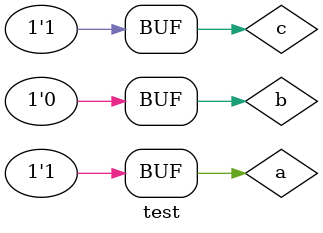
<source format=v>
module test;
reg a,b,c;
initial
begin
$display("\t \t Time \t a \t b \t c");
$monitor("\t \t %d \t %b \t %b \t %b" ,$time,a,b,c); #10 a=1;
#20 b=0; #30 c=1; end endmodule
</source>
